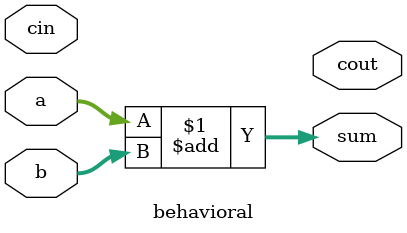
<source format=v>
`default_nettype none
`timescale 1ns/1ns

module instrumented_adder(

    input wire clk,
    input wire reset,
    input wire run,
    input wire bypass,
    input wire extra_inverter,
    input wire [7:0] a_input,
    input wire [7:0] b,
    input wire [7:0] counter_end,
    output wire chain,
    output wire time_count_overflow,
    output wire [7:0] sum_out,
    output wire [7:0] counter_out,
    output wire [RING_OSC_COUNTER_BITS-1:0] ring_osc_counter_out

);
    `ifdef COCOTB_SIM
    initial begin
        $dumpfile ("instrumented_adder.vcd");
        $dumpvars (0, instrumented_adder);
        #1;
    end
    `endif

    localparam NUM_INVERTERS = 21; // keep to an odd number
    localparam TIME_COUNTER_BITS = 8;
    localparam RING_OSC_COUNTER_BITS = 8;

    reg [TIME_COUNTER_BITS-1:0] counter;
    reg [RING_OSC_COUNTER_BITS-1:0] ring_osc_counter;
    assign chain = chain_out;
    assign sum_out = sum;
    assign counter_out = counter;
    assign time_count_overflow = counter == counter_end -1;
    assign ring_osc_counter_out = ring_osc_counter;

    // counter for the incoming clock
    always @(posedge clk or posedge reset) begin
        if(reset)
            counter <= 0;
        else if (counter < counter_end - 1'b1)
            counter <= counter + 1'b1;
    end

    // counter for the ring oscillator
    always @(posedge chain_out or posedge reset) begin
        if(reset)
            ring_osc_counter <= 0;
        else
            ring_osc_counter <= ring_osc_counter + 1'b1;
    end

    // setup loop of inverters
    // http://svn.clairexen.net/handicraft/2015/ringosc/ringosc.v
    wire chain_in, chain_out, chain_in_pre_xor;
    wire [NUM_INVERTERS-1:0] buffers_in, buffers_out;
    assign buffers_in = {buffers_out[NUM_INVERTERS-2:0], chain_in};
    assign chain_out = run ~& buffers_out[NUM_INVERTERS-1];
    wire chain_out_bypass;

    // connect either output of the inverter chain or output of the adder back to 7th bit of adder's a port
    assign chain_out_bypass =  bypass ? chain_out : sum[7]; 
    assign a                =  bypass ? a_input : chain_out << 7;

    assign chain_in_pre_xor = reset ? 0: chain_out_bypass;
    assign chain_in         = extra_inverter ^ chain_in_pre_xor;

    
    // instantiate the inverters
    inv_with_delay buffers [NUM_INVERTERS-1:0] (
        .A(buffers_in),
        .Y(buffers_out)
    );

    // instantiate adder
    wire [7:0] a;
    wire [7:0] sum;

     //behavioral behavioral   (.a(a), .b(b), .sum(sum));
     //sklansky        sklansky     (.a_in(a), .b_in(b), .sum(sum));
//      ripple_carry     ripple_carry     (.a_in(a), .b_in(b), .sum(sum));
    kogge_stone      kogge_stone  (.a_in(a), .b_in(b), .sum(sum));

endmodule

// do this so can use iverilog to check digital
module inv_with_delay(input A, output Y);
    wire Y;
    `ifdef COCOTB_SIM
    assign #1 Y = ~A;
    `else
    sky130_fd_sc_hd__inv_2 _0_ ( .A(A), .Y(Y));
    `endif
endmodule

// take a long time to add some numbers
module behavioral(cout, sum, a, b, cin);

	input [7:0] a, b;
	input cin;
	output [7:0] sum;
	output cout;

    `ifdef COCOTB_SIM
    assign #50 sum = a + b;
    `else
    assign sum = a + b;
    `endif
endmodule

</source>
